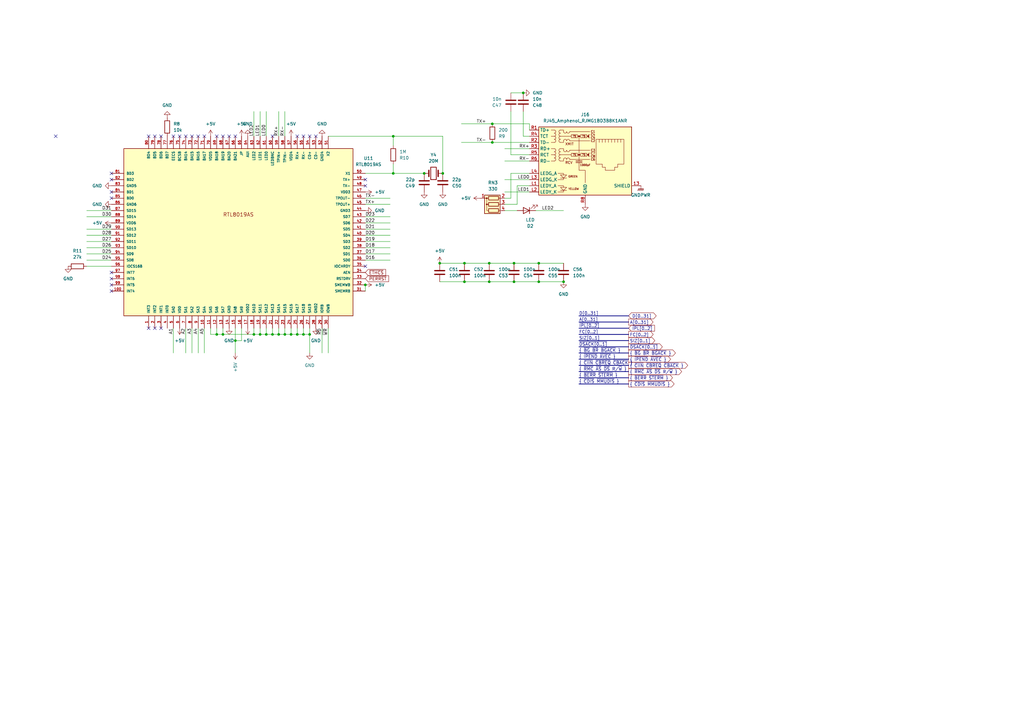
<source format=kicad_sch>
(kicad_sch (version 20230121) (generator eeschema)
  (paper "A3")
  (lib_symbols
    (symbol "Connector:RJ45_Amphenol_RJMG1BD3B8K1ANR"
      (property "Reference" "J" (at 19.05 15.24 0))
      (property "Value" "RJ45_Amphenol_RJMG1BD3B8K1ANR" (at -19.05 15.24 0))
      (symbol "RJ45_Amphenol_RJMG1BD3B8K1ANR_0_0"
        (circle (center -2.54 2.54) (radius 0.254) (stroke (width 0.254)) (fill (type outline)))
        (circle (center -2.54 10.16) (radius 0.254) (stroke (width 0.254)) (fill (type outline)))
        (polyline (pts (xy -7.62 -12.065) (xy -10.16 -12.065)))
        (polyline (pts (xy -7.62 -6.985) (xy -10.16 -6.985)))
        (polyline (pts (xy -2.54 10.16) (xy -2.54 0)))
        (polyline (pts (xy -1.27 -0.635) (xy -3.81 -0.635)) (stroke (width 0.254)))
        (polyline (pts (xy -1.27 0) (xy -3.81 0)) (stroke (width 0.254)))
        (polyline (pts (xy 1.27 2.54) (xy 0.635 2.54)))
        (polyline (pts (xy 1.27 10.16) (xy 0.635 10.16)))
        (polyline (pts (xy -11.176 -12.7) (xy -8.89 -12.7) (xy -8.89 -12.065)))
        (polyline (pts (xy -11.176 -10.16) (xy -8.89 -10.16) (xy -8.89 -10.795)))
        (polyline (pts (xy -11.176 -5.08) (xy -8.89 -5.08) (xy -8.89 -5.715)))
        (polyline (pts (xy -8.89 -6.985) (xy -8.89 -7.62) (xy -11.176 -7.62)))
        (polyline (pts (xy -10.16 -5.715) (xy -7.62 -5.715) (xy -8.89 -6.985) (xy -10.16 -5.715)))
        (polyline (pts (xy -7.62 -10.795) (xy -10.16 -10.795) (xy -8.89 -12.065) (xy -7.62 -10.795)))
        (polyline (pts (xy -2.54 -0.635) (xy -2.54 -3.81) (xy 0 -3.81) (xy 0 -8.89)))
        (polyline (pts (xy 1.905 3.175) (xy 1.27 3.175) (xy 1.27 1.905) (xy 1.905 1.905)))
        (polyline (pts (xy 1.905 10.795) (xy 1.27 10.795) (xy 1.27 9.525) (xy 1.905 9.525)))
        (circle (center 1.27 2.54) (radius 0.254) (stroke (width 0.254)) (fill (type outline)))
        (circle (center 1.27 10.16) (radius 0.254) (stroke (width 0.254)) (fill (type outline)))
        (text "1000pF" (at 0 -1.651 0) (effects (font (size 0.762 0.762))))
        (text "75" (at -4.445 2.54 0) (effects (font (size 0.762 0.762))))
        (text "75" (at -4.445 10.16 0) (effects (font (size 0.762 0.762))))
        (text "75" (at -0.635 2.54 0) (effects (font (size 0.762 0.762))))
        (text "75" (at -0.635 10.16 0) (effects (font (size 0.762 0.762))))
        (text "C1" (at 3.175 12.065 0) (effects (font (size 0.889 0.889))))
        (text "C2" (at 3.175 8.255 0) (effects (font (size 0.889 0.889))))
        (text "C3" (at 3.175 4.445 0) (effects (font (size 0.889 0.889))))
        (text "C4" (at 3.175 10.795 0) (effects (font (size 0.889 0.889))))
        (text "C5" (at 3.175 9.525 0) (effects (font (size 0.889 0.889))))
        (text "C6" (at 3.175 0.635 0) (effects (font (size 0.889 0.889))))
        (text "C7" (at 3.175 3.175 0) (effects (font (size 0.889 0.889))))
        (text "C8" (at 3.175 1.905 0) (effects (font (size 0.889 0.889))))
        (text "GREEN" (at -6.985 -6.35 0) (effects (font (size 0.762 0.762)) (justify left)))
        (text "RCV" (at -8.255 -0.635 0) (effects (font (size 1.016 1.016)) (justify left)))
        (text "XMIT" (at -8.255 6.985 0) (effects (font (size 1.016 1.016)) (justify left)))
        (text "YELLOW" (at -6.985 -11.43 0) (effects (font (size 0.762 0.762)) (justify left)))
      )
      (symbol "RJ45_Amphenol_RJMG1BD3B8K1ANR_0_1"
        (rectangle (start -19.05 -13.97) (end 19.05 13.97) (stroke (width 0.254)) (fill (type background)))
        (arc (start -12.7 0) (mid -12.0677 0.635) (end -12.7 1.27))
        (arc (start -12.7 1.27) (mid -12.0677 1.905) (end -12.7 2.54))
        (arc (start -12.7 2.54) (mid -12.0677 3.175) (end -12.7 3.81))
        (arc (start -12.7 3.81) (mid -12.0677 4.445) (end -12.7 5.08))
        (arc (start -12.7 7.62) (mid -12.0677 8.255) (end -12.7 8.89))
        (arc (start -12.7 8.89) (mid -12.0677 9.525) (end -12.7 10.16))
        (arc (start -12.7 10.16) (mid -12.0677 10.795) (end -12.7 11.43))
        (arc (start -12.7 11.43) (mid -12.0677 12.065) (end -12.7 12.7))
        (arc (start -10.16 1.27) (mid -10.7923 0.635) (end -10.16 0))
        (arc (start -10.16 2.54) (mid -10.7923 1.905) (end -10.16 1.27))
        (arc (start -10.16 3.81) (mid -10.7923 3.175) (end -10.16 2.54))
        (arc (start -10.16 5.08) (mid -10.7923 4.445) (end -10.16 3.81))
        (arc (start -10.16 8.89) (mid -10.7923 8.255) (end -10.16 7.62))
        (arc (start -10.16 10.16) (mid -10.7923 9.525) (end -10.16 8.89))
        (arc (start -10.16 11.43) (mid -10.7923 10.795) (end -10.16 10.16))
        (arc (start -10.16 12.7) (mid -10.7923 12.065) (end -10.16 11.43))
        (arc (start -8.89 4.445) (mid -8.255 3.8127) (end -7.62 4.445))
        (arc (start -8.89 12.065) (mid -8.255 11.4327) (end -7.62 12.065))
        (arc (start -7.62 0.635) (mid -8.255 1.2673) (end -8.89 0.635))
        (arc (start -7.62 4.445) (mid -6.985 3.8127) (end -6.35 4.445))
        (arc (start -7.62 8.255) (mid -8.255 8.8873) (end -8.89 8.255))
        (arc (start -7.62 12.065) (mid -6.985 11.4327) (end -6.35 12.065))
        (arc (start -6.35 0.635) (mid -6.985 1.2673) (end -7.62 0.635))
        (arc (start -6.35 8.255) (mid -6.985 8.8873) (end -7.62 8.255))
        (rectangle (start -5.715 3.175) (end -3.175 1.905))
        (rectangle (start -5.715 10.795) (end -3.175 9.525))
        (rectangle (start -1.905 3.175) (end 0.635 1.905))
        (rectangle (start -1.905 10.795) (end 0.635 9.525))
        (polyline (pts (xy -12.7 0) (xy -13.97 0)))
        (polyline (pts (xy -12.7 2.54) (xy -13.97 2.54)))
        (polyline (pts (xy -12.7 5.08) (xy -13.97 5.08)))
        (polyline (pts (xy -12.7 7.62) (xy -13.97 7.62)))
        (polyline (pts (xy -12.7 10.16) (xy -13.97 10.16)))
        (polyline (pts (xy -12.7 12.7) (xy -13.97 12.7)))
        (polyline (pts (xy -6.35 0.635) (xy 1.905 0.635)))
        (polyline (pts (xy -6.35 4.445) (xy 1.905 4.445)))
        (polyline (pts (xy -6.35 8.255) (xy 1.905 8.255)))
        (polyline (pts (xy -6.35 12.065) (xy 1.905 12.065)))
        (polyline (pts (xy -5.715 2.54) (xy -10.16 2.54)))
        (polyline (pts (xy -5.715 10.16) (xy -10.16 10.16)))
        (polyline (pts (xy -3.175 2.54) (xy -1.905 2.54)))
        (polyline (pts (xy -3.175 10.16) (xy -1.905 10.16)))
        (polyline (pts (xy 5.715 7.62) (xy 5.715 8.89)))
        (polyline (pts (xy 6.985 8.89) (xy 6.985 7.62)))
        (polyline (pts (xy 8.255 8.89) (xy 8.255 7.62)))
        (polyline (pts (xy 9.525 8.89) (xy 9.525 7.62)))
        (polyline (pts (xy 10.795 8.89) (xy 10.795 7.62)))
        (polyline (pts (xy 12.065 8.89) (xy 12.065 7.62)))
        (polyline (pts (xy 13.335 7.62) (xy 13.335 8.89)))
        (polyline (pts (xy 14.605 7.62) (xy 14.605 8.89)))
        (polyline (pts (xy -10.16 5.08) (xy -8.89 5.08) (xy -8.89 4.445)))
        (polyline (pts (xy -10.16 12.7) (xy -8.89 12.7) (xy -8.89 12.065)))
        (polyline (pts (xy -8.89 0.635) (xy -8.89 0) (xy -10.16 0)))
        (polyline (pts (xy -8.89 8.255) (xy -8.89 7.62) (xy -10.16 7.62)))
        (polyline (pts (xy 4.445 8.89) (xy 15.875 8.89) (xy 15.875 -1.27) (xy 13.335 -1.27) (xy 13.335 -2.54) (xy 12.065 -2.54) (xy 12.065 -3.81) (xy 8.255 -3.81) (xy 8.255 -2.54) (xy 6.985 -2.54) (xy 6.985 -1.27) (xy 4.445 -1.27) (xy 4.445 8.89)))
      )
      (symbol "RJ45_Amphenol_RJMG1BD3B8K1ANR_1_1"
        (pin passive line (at 22.86 -10.16 180) (length 3.81) (name "SHIELD") (number "13"))
        (pin passive line (at -22.86 -10.16 0) (length 3.81) (name "LEDY_A") (number "L1"))
        (pin passive line (at -22.86 -12.7 0) (length 3.81) (name "LEDY_K") (number "L2"))
        (pin passive line (at -22.86 -7.62 0) (length 3.81) (name "LEDG_K") (number "L3"))
        (pin passive line (at -22.86 -5.08 0) (length 3.81) (name "LEDG_A") (number "L4"))
        (pin passive line (at -22.86 12.7 0) (length 3.81) (name "TD+") (number "R1"))
        (pin passive line (at -22.86 7.62 0) (length 3.81) (name "TD-") (number "R2"))
        (pin passive line (at -22.86 5.08 0) (length 3.81) (name "RD+") (number "R3"))
        (pin passive line (at -22.86 10.16 0) (length 3.81) (name "TCT") (number "R4"))
        (pin passive line (at -22.86 2.54 0) (length 3.81) (name "RCT") (number "R5"))
        (pin passive line (at -22.86 0 0) (length 3.81) (name "RD-") (number "R6"))
        (pin no_connect line (at 5.08 -5.08 0) (length 0) hide (name "NC") (number "R7"))
        (pin power_in line (at 0 -17.78 90) (length 3.81) (name "GND") (number "R8"))
      )
    )
    (symbol "Device:C" (pin_numbers hide) (pin_names (offset 0.254))
      (property "Reference" "C" (at 0.635 2.54 0))
      (property "Value" "C" (at 0.635 -2.54 0))
      (symbol "C_0_1"
        (polyline (pts (xy -2.032 -0.762) (xy 2.032 -0.762)) (stroke (width 0.508)))
        (polyline (pts (xy -2.032 0.762) (xy 2.032 0.762)) (stroke (width 0.508)))
      )
      (symbol "C_1_1"
        (pin passive line (at 0 3.81 270) (length 2.794) (name "~") (number "1"))
        (pin passive line (at 0 -3.81 90) (length 2.794) (name "~") (number "2"))
      )
    )
    (symbol "Device:Crystal" (pin_numbers hide) (pin_names (offset 1.016) hide)
      (property "Reference" "Y" (at 0 3.81 0))
      (property "Value" "Crystal" (at 0 -3.81 0))
      (symbol "Crystal_0_1"
        (rectangle (start -1.143 2.54) (end 1.143 -2.54) (stroke (width 0.3048)))
        (polyline (pts (xy -2.54 0) (xy -1.905 0)))
        (polyline (pts (xy -1.905 -1.27) (xy -1.905 1.27)) (stroke (width 0.508)))
        (polyline (pts (xy 1.905 -1.27) (xy 1.905 1.27)) (stroke (width 0.508)))
        (polyline (pts (xy 2.54 0) (xy 1.905 0)))
      )
      (symbol "Crystal_1_1"
        (pin passive line (at -3.81 0 0) (length 1.27) (name "1") (number "1"))
        (pin passive line (at 3.81 0 180) (length 1.27) (name "2") (number "2"))
      )
    )
    (symbol "Device:LED" (pin_numbers hide) (pin_names (offset 1.016) hide)
      (property "Reference" "D" (at 0 2.54 0))
      (property "Value" "LED" (at 0 -2.54 0))
      (symbol "LED_0_1"
        (polyline (pts (xy -1.27 -1.27) (xy -1.27 1.27)) (stroke (width 0.254)))
        (polyline (pts (xy -1.27 0) (xy 1.27 0)))
        (polyline (pts (xy 1.27 -1.27) (xy 1.27 1.27) (xy -1.27 0) (xy 1.27 -1.27)) (stroke (width 0.254)))
        (polyline (pts (xy -3.048 -0.762) (xy -4.572 -2.286) (xy -3.81 -2.286) (xy -4.572 -2.286) (xy -4.572 -1.524)))
        (polyline (pts (xy -1.778 -0.762) (xy -3.302 -2.286) (xy -2.54 -2.286) (xy -3.302 -2.286) (xy -3.302 -1.524)))
      )
      (symbol "LED_1_1"
        (pin passive line (at -3.81 0 0) (length 2.54) (name "K") (number "1"))
        (pin passive line (at 3.81 0 180) (length 2.54) (name "A") (number "2"))
      )
    )
    (symbol "Device:R" (pin_numbers hide) (pin_names (offset 0))
      (property "Reference" "R" (at 2.032 0 90))
      (property "Value" "R" (at 0 0 90))
      (symbol "R_0_1"
        (rectangle (start -1.016 -2.54) (end 1.016 2.54) (stroke (width 0.254)))
      )
      (symbol "R_1_1"
        (pin passive line (at 0 3.81 270) (length 1.27) (name "~") (number "1"))
        (pin passive line (at 0 -3.81 90) (length 1.27) (name "~") (number "2"))
      )
    )
    (symbol "Device:R_Network03" (pin_names (offset 0) hide)
      (property "Reference" "RN" (at -5.08 0 90))
      (property "Value" "R_Network03" (at 5.08 0 90))
      (symbol "R_Network03_0_1"
        (rectangle (start -3.81 -3.175) (end 3.81 3.175) (stroke (width 0.254)) (fill (type background)))
        (rectangle (start -3.302 1.524) (end -1.778 -2.54) (stroke (width 0.254)))
        (circle (center -2.54 2.286) (radius 0.254) (fill (type outline)))
        (rectangle (start -0.762 1.524) (end 0.762 -2.54) (stroke (width 0.254)))
        (polyline (pts (xy -2.54 -2.54) (xy -2.54 -3.81)))
        (polyline (pts (xy 0 -2.54) (xy 0 -3.81)))
        (polyline (pts (xy 2.54 -2.54) (xy 2.54 -3.81)))
        (polyline (pts (xy -2.54 1.524) (xy -2.54 2.286) (xy 0 2.286) (xy 0 1.524)))
        (polyline (pts (xy 0 1.524) (xy 0 2.286) (xy 2.54 2.286) (xy 2.54 1.524)))
        (circle (center 0 2.286) (radius 0.254) (fill (type outline)))
        (rectangle (start 1.778 1.524) (end 3.302 -2.54) (stroke (width 0.254)))
      )
      (symbol "R_Network03_1_1"
        (pin passive line (at -2.54 5.08 270) (length 2.54) (name "common") (number "1"))
        (pin passive line (at -2.54 -5.08 90) (length 1.27) (name "R1") (number "2"))
        (pin passive line (at 0 -5.08 90) (length 1.27) (name "R2") (number "3"))
        (pin passive line (at 2.54 -5.08 90) (length 1.27) (name "R3") (number "4"))
      )
    )
    (symbol "RTL8019AS:RTL8019AS" (pin_names (offset 1.016))
      (property "Reference" "U" (at -5.08 -10.16 0))
      (property "Value" "RTL8019AS" (at 0 0 0))
      (symbol "RTL8019AS_0_0"
        (rectangle (start -45.72 -33.02) (end 48.26 35.56) (stroke (width 0.254)) (fill (type background)))
        (text "RTL8019AS" (at -5.08 7.62 0) (effects (font (size 1.524 1.524)) (justify left bottom)))
        (pin bidirectional line (at -35.56 -38.1 90) (length 5.08) (name "INT3") (number "1"))
        (pin bidirectional line (at -12.7 -38.1 90) (length 5.08) (name "SA4") (number "10"))
        (pin bidirectional line (at -50.8 -22.86 0) (length 5.08) (name "INT4") (number "100"))
        (pin bidirectional line (at -10.16 -38.1 90) (length 5.08) (name "SA5") (number "11"))
        (pin bidirectional line (at -7.62 -38.1 90) (length 5.08) (name "SA6") (number "12"))
        (pin bidirectional line (at -5.08 -38.1 90) (length 5.08) (name "SA7") (number "13"))
        (pin power_in line (at -2.54 -38.1 90) (length 5.08) (name "GND") (number "14"))
        (pin bidirectional line (at 0 -38.1 90) (length 5.08) (name "SA8") (number "15"))
        (pin bidirectional line (at 2.54 -38.1 90) (length 5.08) (name "SA9") (number "16"))
        (pin power_in line (at 5.08 -38.1 90) (length 5.08) (name "VDD2") (number "17"))
        (pin bidirectional line (at 7.62 -38.1 90) (length 5.08) (name "SA10") (number "18"))
        (pin bidirectional line (at 10.16 -38.1 90) (length 5.08) (name "SA11") (number "19"))
        (pin bidirectional line (at -33.02 -38.1 90) (length 5.08) (name "INT2") (number "2"))
        (pin bidirectional line (at 12.7 -38.1 90) (length 5.08) (name "SA12") (number "20"))
        (pin bidirectional line (at 15.24 -38.1 90) (length 5.08) (name "SA13") (number "21"))
        (pin bidirectional line (at 17.78 -38.1 90) (length 5.08) (name "SA14") (number "22"))
        (pin bidirectional line (at 20.32 -38.1 90) (length 5.08) (name "SA15") (number "23"))
        (pin bidirectional line (at 22.86 -38.1 90) (length 5.08) (name "SA16") (number "24"))
        (pin bidirectional line (at 25.4 -38.1 90) (length 5.08) (name "SA17") (number "25"))
        (pin bidirectional line (at 27.94 -38.1 90) (length 5.08) (name "SA18") (number "26"))
        (pin bidirectional line (at 30.48 -38.1 90) (length 5.08) (name "SA19") (number "27"))
        (pin power_in line (at 33.02 -38.1 90) (length 5.08) (name "GND2") (number "28"))
        (pin bidirectional line (at 35.56 -38.1 90) (length 5.08) (name "IORB") (number "29"))
        (pin bidirectional line (at -30.48 -38.1 90) (length 5.08) (name "INT1") (number "3"))
        (pin bidirectional line (at 38.1 -38.1 90) (length 5.08) (name "IOWB") (number "30"))
        (pin bidirectional line (at 53.34 -22.86 180) (length 5.08) (name "SMEMRB") (number "31"))
        (pin bidirectional line (at 53.34 -20.32 180) (length 5.08) (name "SMEMWB") (number "32"))
        (pin bidirectional line (at 53.34 -17.78 180) (length 5.08) (name "RSTDRV") (number "33"))
        (pin bidirectional line (at 53.34 -15.24 180) (length 5.08) (name "AEN") (number "34"))
        (pin bidirectional line (at 53.34 -12.7 180) (length 5.08) (name "IOCHRDY") (number "35"))
        (pin bidirectional line (at 53.34 -10.16 180) (length 5.08) (name "SD0") (number "36"))
        (pin bidirectional line (at 53.34 -7.62 180) (length 5.08) (name "SD1") (number "37"))
        (pin bidirectional line (at 53.34 -5.08 180) (length 5.08) (name "SD2") (number "38"))
        (pin bidirectional line (at 53.34 -2.54 180) (length 5.08) (name "SD3") (number "39"))
        (pin bidirectional line (at -27.94 -38.1 90) (length 5.08) (name "INT0") (number "4"))
        (pin bidirectional line (at 53.34 0 180) (length 5.08) (name "SD4") (number "40"))
        (pin bidirectional line (at 53.34 2.54 180) (length 5.08) (name "SD5") (number "41"))
        (pin bidirectional line (at 53.34 5.08 180) (length 5.08) (name "SD6") (number "42"))
        (pin bidirectional line (at 53.34 7.62 180) (length 5.08) (name "SD7") (number "43"))
        (pin power_in line (at 53.34 10.16 180) (length 5.08) (name "GND3") (number "44"))
        (pin bidirectional line (at 53.34 12.7 180) (length 5.08) (name "TPOUT+") (number "45"))
        (pin bidirectional line (at 53.34 15.24 180) (length 5.08) (name "TPOUT-") (number "46"))
        (pin power_in line (at 53.34 17.78 180) (length 5.08) (name "VDD3") (number "47"))
        (pin bidirectional line (at 53.34 20.32 180) (length 5.08) (name "TX-") (number "48"))
        (pin bidirectional line (at 53.34 22.86 180) (length 5.08) (name "TX+") (number "49"))
        (pin bidirectional line (at -25.4 -38.1 90) (length 5.08) (name "SA0") (number "5"))
        (pin bidirectional line (at 53.34 25.4 180) (length 5.08) (name "X1") (number "50"))
        (pin bidirectional line (at 38.1 40.64 270) (length 5.08) (name "X2") (number "51"))
        (pin power_in line (at 35.56 40.64 270) (length 5.08) (name "GND4") (number "52"))
        (pin bidirectional line (at 33.02 40.64 270) (length 5.08) (name "CD-") (number "53"))
        (pin bidirectional line (at 30.48 40.64 270) (length 5.08) (name "CD+") (number "54"))
        (pin bidirectional line (at 27.94 40.64 270) (length 5.08) (name "RX-") (number "55"))
        (pin bidirectional line (at 25.4 40.64 270) (length 5.08) (name "RX+") (number "56"))
        (pin power_in line (at 22.86 40.64 270) (length 5.08) (name "VDD4") (number "57"))
        (pin bidirectional line (at 20.32 40.64 270) (length 5.08) (name "TPIN-") (number "58"))
        (pin bidirectional line (at 17.78 40.64 270) (length 5.08) (name "TPIN+") (number "59"))
        (pin power_in line (at -22.86 -38.1 90) (length 5.08) (name "VDD") (number "6"))
        (pin bidirectional line (at 15.24 40.64 270) (length 5.08) (name "LEDBNC") (number "60"))
        (pin bidirectional line (at 12.7 40.64 270) (length 5.08) (name "LED0") (number "61"))
        (pin bidirectional line (at 10.16 40.64 270) (length 5.08) (name "LED1") (number "62"))
        (pin bidirectional line (at 7.62 40.64 270) (length 5.08) (name "LED2") (number "63"))
        (pin bidirectional line (at 5.08 40.64 270) (length 5.08) (name "AUI") (number "64"))
        (pin bidirectional line (at 2.54 40.64 270) (length 5.08) (name "JP") (number "65"))
        (pin bidirectional line (at 0 40.64 270) (length 5.08) (name "BA21") (number "66"))
        (pin bidirectional line (at -2.54 40.64 270) (length 5.08) (name "BA20") (number "67"))
        (pin bidirectional line (at -5.08 40.64 270) (length 5.08) (name "BA19") (number "68"))
        (pin bidirectional line (at -7.62 40.64 270) (length 5.08) (name "BA18") (number "69"))
        (pin bidirectional line (at -20.32 -38.1 90) (length 5.08) (name "SA1") (number "7"))
        (pin power_in line (at -10.16 40.64 270) (length 5.08) (name "VDD5") (number "70"))
        (pin bidirectional line (at -12.7 40.64 270) (length 5.08) (name "BA17") (number "71"))
        (pin bidirectional line (at -15.24 40.64 270) (length 5.08) (name "BA16") (number "72"))
        (pin bidirectional line (at -17.78 40.64 270) (length 5.08) (name "BA15") (number "73"))
        (pin bidirectional line (at -20.32 40.64 270) (length 5.08) (name "BA14") (number "74"))
        (pin bidirectional line (at -22.86 40.64 270) (length 5.08) (name "BCSB") (number "75"))
        (pin bidirectional line (at -25.4 40.64 270) (length 5.08) (name "EECS") (number "76"))
        (pin bidirectional line (at -27.94 40.64 270) (length 5.08) (name "BD7") (number "77"))
        (pin bidirectional line (at -30.48 40.64 270) (length 5.08) (name "BD6") (number "78"))
        (pin bidirectional line (at -33.02 40.64 270) (length 5.08) (name "BD5") (number "79"))
        (pin bidirectional line (at -17.78 -38.1 90) (length 5.08) (name "SA2") (number "8"))
        (pin bidirectional line (at -35.56 40.64 270) (length 5.08) (name "BD4") (number "80"))
        (pin bidirectional line (at -50.8 25.4 0) (length 5.08) (name "BD3") (number "81"))
        (pin bidirectional line (at -50.8 22.86 0) (length 5.08) (name "BD2") (number "82"))
        (pin power_in line (at -50.8 20.32 0) (length 5.08) (name "GND5") (number "83"))
        (pin bidirectional line (at -50.8 17.78 0) (length 5.08) (name "BD1") (number "84"))
        (pin bidirectional line (at -50.8 15.24 0) (length 5.08) (name "BD0") (number "85"))
        (pin power_in line (at -50.8 12.7 0) (length 5.08) (name "GND6") (number "86"))
        (pin bidirectional line (at -50.8 10.16 0) (length 5.08) (name "SD15") (number "87"))
        (pin bidirectional line (at -50.8 7.62 0) (length 5.08) (name "SD14") (number "88"))
        (pin power_in line (at -50.8 5.08 0) (length 5.08) (name "VDD6") (number "89"))
        (pin bidirectional line (at -15.24 -38.1 90) (length 5.08) (name "SA3") (number "9"))
        (pin bidirectional line (at -50.8 2.54 0) (length 5.08) (name "SD13") (number "90"))
        (pin bidirectional line (at -50.8 0 0) (length 5.08) (name "SD12") (number "91"))
        (pin bidirectional line (at -50.8 -2.54 0) (length 5.08) (name "SD11") (number "92"))
        (pin bidirectional line (at -50.8 -5.08 0) (length 5.08) (name "SD10") (number "93"))
        (pin bidirectional line (at -50.8 -7.62 0) (length 5.08) (name "SD9") (number "94"))
        (pin bidirectional line (at -50.8 -10.16 0) (length 5.08) (name "SD8") (number "95"))
        (pin bidirectional line (at -50.8 -12.7 0) (length 5.08) (name "IOCS16B") (number "96"))
        (pin bidirectional line (at -50.8 -15.24 0) (length 5.08) (name "INT7") (number "97"))
        (pin bidirectional line (at -50.8 -17.78 0) (length 5.08) (name "INT6") (number "98"))
        (pin bidirectional line (at -50.8 -20.32 0) (length 5.08) (name "INT5") (number "99"))
      )
    )
    (symbol "power:+5V" (power) (pin_names (offset 0))
      (property "Value" "+5V" (at 0 3.556 0))
      (symbol "+5V_0_1"
        (polyline (pts (xy -0.762 1.27) (xy 0 2.54)))
        (polyline (pts (xy 0 0) (xy 0 2.54)))
        (polyline (pts (xy 0 2.54) (xy 0.762 1.27)))
      )
      (symbol "+5V_1_1"
        (pin power_in line (at 0 0 90) (length 0) hide (name "+5V") (number "1"))
      )
    )
    (symbol "power:GND" (power) (pin_names (offset 0))
      (property "Value" "GND" (at 0 -3.81 0))
      (symbol "GND_0_1"
        (polyline (pts (xy 0 0) (xy 0 -1.27) (xy 1.27 -1.27) (xy 0 -2.54) (xy -1.27 -1.27) (xy 0 -1.27)))
      )
      (symbol "GND_1_1"
        (pin power_in line (at 0 0 270) (length 0) hide (name "GND") (number "1"))
      )
    )
    (symbol "power:GNDPWR" (power) (pin_names (offset 0))
      (property "Value" "GNDPWR" (at 0 -3.302 0))
      (symbol "GNDPWR_0_1"
        (polyline (pts (xy 0 -1.27) (xy 0 0)))
        (polyline (pts (xy -1.016 -1.27) (xy -1.27 -2.032) (xy -1.27 -2.032)) (stroke (width 0.2032)))
        (polyline (pts (xy -0.508 -1.27) (xy -0.762 -2.032) (xy -0.762 -2.032)) (stroke (width 0.2032)))
        (polyline (pts (xy 0 -1.27) (xy -0.254 -2.032) (xy -0.254 -2.032)) (stroke (width 0.2032)))
        (polyline (pts (xy 0.508 -1.27) (xy 0.254 -2.032) (xy 0.254 -2.032)) (stroke (width 0.2032)))
        (polyline (pts (xy 1.016 -1.27) (xy -1.016 -1.27) (xy -1.016 -1.27)) (stroke (width 0.2032)))
        (polyline (pts (xy 1.016 -1.27) (xy 0.762 -2.032) (xy 0.762 -2.032) (xy 0.762 -2.032)) (stroke (width 0.2032)))
      )
      (symbol "GNDPWR_1_1"
        (pin power_in line (at 0 0 270) (length 0) hide (name "GNDPWR") (number "1"))
      )
    )
  )
  (junction (at 109.22 137.16))
  (junction (at 181.61 71.12))
  (junction (at 173.99 71.12))
  (junction (at 190.5 107.95))
  (junction (at 210.82 107.95))
  (junction (at 121.92 137.16))
  (junction (at 127 137.16))
  (junction (at 119.38 137.16))
  (junction (at 149.86 116.84))
  (junction (at 210.82 115.57))
  (junction (at 104.14 137.16))
  (junction (at 220.98 107.95))
  (junction (at 161.29 71.12))
  (junction (at 96.52 139.7))
  (junction (at 180.34 107.95))
  (junction (at 190.5 115.57))
  (junction (at 231.14 115.57))
  (junction (at 106.68 137.16))
  (junction (at 88.9 137.16))
  (junction (at 200.66 115.57))
  (junction (at 114.3 137.16))
  (junction (at 201.93 58.42))
  (junction (at 161.29 55.88))
  (junction (at 201.93 50.8))
  (junction (at 91.44 137.16))
  (junction (at 200.66 107.95))
  (junction (at 116.84 137.16))
  (junction (at 124.46 137.16))
  (junction (at 220.98 115.57))
  (junction (at 111.76 137.16))
  (junction (at 214.63 38.1))
  (no_connect (at 45.72 114.3))
  (no_connect (at 149.86 109.22))
  (no_connect (at 45.72 111.76))
  (no_connect (at 63.5 55.88))
  (no_connect (at 45.72 116.84))
  (no_connect (at 66.04 55.88))
  (no_connect (at 81.28 55.88))
  (no_connect (at 22.86 55.88))
  (no_connect (at 121.92 55.88))
  (no_connect (at 78.74 55.88))
  (no_connect (at 45.72 119.38))
  (no_connect (at 91.44 55.88))
  (no_connect (at 45.72 73.66))
  (no_connect (at 96.52 55.88))
  (no_connect (at 45.72 81.28))
  (no_connect (at 60.96 55.88))
  (no_connect (at 88.9 55.88))
  (no_connect (at 73.66 55.88))
  (no_connect (at 60.96 134.62))
  (no_connect (at 93.98 55.88))
  (no_connect (at 127 55.88))
  (no_connect (at 149.86 76.2))
  (no_connect (at 124.46 55.88))
  (no_connect (at 129.54 55.88))
  (no_connect (at 76.2 55.88))
  (no_connect (at 66.04 134.62))
  (no_connect (at 71.12 55.88))
  (no_connect (at 83.82 55.88))
  (no_connect (at 45.72 71.12))
  (no_connect (at 149.86 73.66))
  (no_connect (at 45.72 78.74))
  (no_connect (at 111.76 55.88))
  (no_connect (at 63.5 134.62))
  (wire (pts (xy 189.23 50.8) (xy 201.93 50.8)))
  (wire (pts (xy 114.3 137.16) (xy 116.84 137.16)))
  (wire (pts (xy 86.36 134.62) (xy 86.36 137.16)))
  (wire (pts (xy 160.02 83.82) (xy 149.86 83.82)))
  (wire (pts (xy 181.61 55.88) (xy 181.61 71.12)))
  (wire (pts (xy 86.36 137.16) (xy 88.9 137.16)))
  (wire (pts (xy 210.82 107.95) (xy 220.98 107.95)))
  (wire (pts (xy 207.01 73.66) (xy 217.17 73.66)))
  (wire (pts (xy 88.9 137.16) (xy 91.44 137.16)))
  (wire (pts (xy 83.82 144.78) (xy 83.82 134.62)))
  (bus (pts (xy 237.49 142.24) (xy 257.81 142.24)))
  (wire (pts (xy 99.06 139.7) (xy 99.06 134.62)))
  (wire (pts (xy 207.01 86.36) (xy 212.09 86.36)))
  (wire (pts (xy 109.22 137.16) (xy 111.76 137.16)))
  (wire (pts (xy 127 137.16) (xy 127 134.62)))
  (wire (pts (xy 189.23 58.42) (xy 201.93 58.42)))
  (wire (pts (xy 201.93 50.8) (xy 217.17 50.8)))
  (bus (pts (xy 237.49 132.08) (xy 257.81 132.08)))
  (wire (pts (xy 109.22 134.62) (xy 109.22 137.16)))
  (wire (pts (xy 134.62 55.88) (xy 161.29 55.88)))
  (wire (pts (xy 35.56 86.36) (xy 45.72 86.36)))
  (wire (pts (xy 114.3 134.62) (xy 114.3 137.16)))
  (wire (pts (xy 200.66 115.57) (xy 190.5 115.57)))
  (wire (pts (xy 71.12 144.78) (xy 71.12 134.62)))
  (bus (pts (xy 237.49 129.54) (xy 257.81 129.54)))
  (wire (pts (xy 119.38 137.16) (xy 121.92 137.16)))
  (wire (pts (xy 161.29 55.88) (xy 181.61 55.88)))
  (wire (pts (xy 104.14 137.16) (xy 106.68 137.16)))
  (wire (pts (xy 209.55 45.72) (xy 209.55 63.5)))
  (wire (pts (xy 116.84 134.62) (xy 116.84 137.16)))
  (wire (pts (xy 106.68 137.16) (xy 109.22 137.16)))
  (wire (pts (xy 106.68 45.72) (xy 106.68 55.88)))
  (bus (pts (xy 237.49 139.7) (xy 257.81 139.7)))
  (wire (pts (xy 78.74 144.78) (xy 78.74 134.62)))
  (wire (pts (xy 214.63 45.72) (xy 214.63 55.88)))
  (wire (pts (xy 149.86 116.84) (xy 149.86 119.38)))
  (wire (pts (xy 160.02 101.6) (xy 149.86 101.6)))
  (wire (pts (xy 116.84 45.72) (xy 116.84 55.88)))
  (wire (pts (xy 207.01 83.82) (xy 212.09 83.82)))
  (wire (pts (xy 160.02 99.06) (xy 149.86 99.06)))
  (wire (pts (xy 132.08 144.78) (xy 132.08 134.62)))
  (wire (pts (xy 212.09 76.2) (xy 217.17 76.2)))
  (wire (pts (xy 160.02 93.98) (xy 149.86 93.98)))
  (wire (pts (xy 160.02 91.44) (xy 149.86 91.44)))
  (bus (pts (xy 237.49 147.32) (xy 257.81 147.32)))
  (wire (pts (xy 209.55 81.28) (xy 209.55 71.12)))
  (wire (pts (xy 207.01 60.96) (xy 217.17 60.96)))
  (wire (pts (xy 190.5 107.95) (xy 200.66 107.95)))
  (wire (pts (xy 220.98 115.57) (xy 210.82 115.57)))
  (wire (pts (xy 121.92 137.16) (xy 124.46 137.16)))
  (wire (pts (xy 217.17 50.8) (xy 217.17 53.34)))
  (wire (pts (xy 35.56 106.68) (xy 45.72 106.68)))
  (wire (pts (xy 104.14 134.62) (xy 104.14 137.16)))
  (wire (pts (xy 161.29 59.69) (xy 161.29 55.88)))
  (wire (pts (xy 207.01 81.28) (xy 209.55 81.28)))
  (wire (pts (xy 127 144.78) (xy 127 137.16)))
  (wire (pts (xy 217.17 55.88) (xy 214.63 55.88)))
  (wire (pts (xy 35.56 96.52) (xy 45.72 96.52)))
  (wire (pts (xy 114.3 45.72) (xy 114.3 55.88)))
  (wire (pts (xy 160.02 104.14) (xy 149.86 104.14)))
  (bus (pts (xy 237.49 137.16) (xy 257.81 137.16)))
  (wire (pts (xy 124.46 134.62) (xy 124.46 137.16)))
  (wire (pts (xy 106.68 134.62) (xy 106.68 137.16)))
  (wire (pts (xy 161.29 71.12) (xy 173.99 71.12)))
  (wire (pts (xy 121.92 134.62) (xy 121.92 137.16)))
  (wire (pts (xy 35.56 109.22) (xy 45.72 109.22)))
  (wire (pts (xy 207.01 66.04) (xy 217.17 66.04)))
  (wire (pts (xy 35.56 93.98) (xy 45.72 93.98)))
  (wire (pts (xy 209.55 38.1) (xy 214.63 38.1)))
  (wire (pts (xy 104.14 45.72) (xy 104.14 55.88)))
  (wire (pts (xy 149.86 71.12) (xy 161.29 71.12)))
  (wire (pts (xy 35.56 104.14) (xy 45.72 104.14)))
  (wire (pts (xy 81.28 144.78) (xy 81.28 134.62)))
  (bus (pts (xy 237.49 134.62) (xy 257.81 134.62)))
  (wire (pts (xy 119.38 134.62) (xy 119.38 137.16)))
  (wire (pts (xy 111.76 137.16) (xy 114.3 137.16)))
  (bus (pts (xy 237.49 144.78) (xy 257.81 144.78)))
  (wire (pts (xy 88.9 134.62) (xy 88.9 137.16)))
  (wire (pts (xy 212.09 83.82) (xy 212.09 76.2)))
  (wire (pts (xy 111.76 134.62) (xy 111.76 137.16)))
  (wire (pts (xy 116.84 137.16) (xy 119.38 137.16)))
  (wire (pts (xy 124.46 137.16) (xy 127 137.16)))
  (wire (pts (xy 180.34 107.95) (xy 190.5 107.95)))
  (wire (pts (xy 109.22 45.72) (xy 109.22 55.88)))
  (wire (pts (xy 161.29 67.31) (xy 161.29 71.12)))
  (wire (pts (xy 96.52 139.7) (xy 96.52 134.62)))
  (wire (pts (xy 220.98 107.95) (xy 231.14 107.95)))
  (wire (pts (xy 160.02 106.68) (xy 149.86 106.68)))
  (wire (pts (xy 91.44 137.16) (xy 104.14 137.16)))
  (wire (pts (xy 35.56 101.6) (xy 45.72 101.6)))
  (wire (pts (xy 134.62 144.78) (xy 134.62 134.62)))
  (wire (pts (xy 190.5 115.57) (xy 180.34 115.57)))
  (wire (pts (xy 160.02 88.9) (xy 149.86 88.9)))
  (wire (pts (xy 210.82 115.57) (xy 200.66 115.57)))
  (wire (pts (xy 160.02 96.52) (xy 149.86 96.52)))
  (wire (pts (xy 96.52 139.7) (xy 96.52 144.78)))
  (bus (pts (xy 237.49 152.4) (xy 257.81 152.4)))
  (wire (pts (xy 160.02 81.28) (xy 149.86 81.28)))
  (bus (pts (xy 237.49 157.48) (xy 257.81 157.48)))
  (wire (pts (xy 35.56 88.9) (xy 45.72 88.9)))
  (wire (pts (xy 91.44 134.62) (xy 91.44 137.16)))
  (wire (pts (xy 96.52 139.7) (xy 99.06 139.7)))
  (wire (pts (xy 76.2 144.78) (xy 76.2 134.62)))
  (bus (pts (xy 237.49 149.86) (xy 257.81 149.86)))
  (wire (pts (xy 217.17 71.12) (xy 209.55 71.12)))
  (wire (pts (xy 209.55 63.5) (xy 217.17 63.5)))
  (wire (pts (xy 231.14 115.57) (xy 220.98 115.57)))
  (wire (pts (xy 35.56 99.06) (xy 45.72 99.06)))
  (bus (pts (xy 237.49 154.94) (xy 257.81 154.94)))
  (wire (pts (xy 201.93 58.42) (xy 217.17 58.42)))
  (wire (pts (xy 219.71 86.36) (xy 231.14 86.36)))
  (wire (pts (xy 207.01 78.74) (xy 217.17 78.74)))
  (wire (pts (xy 200.66 107.95) (xy 210.82 107.95)))
  (label "LED2" (at 222.25 86.36 0))
  (label "A5" (at 83.82 134.62 270))
  (label "D17" (at 149.86 104.14 0))
  (label "D26" (at 45.72 101.6 180))
  (label "{ ~{CDIS} ~{MMUDIS} }" (at 237.49 157.48 0))
  (label "D18" (at 149.86 101.6 0))
  (label "A[0..31]" (at 237.49 132.08 0))
  (label "RX+" (at 114.3 55.88 90))
  (label "LED2" (at 104.14 55.88 90))
  (label "D23" (at 149.86 88.9 0))
  (label "RX+" (at 217.17 60.96 180))
  (label "D28" (at 45.72 96.52 180))
  (label "A2" (at 76.2 134.62 270))
  (label "{ ~{BG} ~{BR} ~{BGACK} }" (at 237.49 144.78 0))
  (label "D20" (at 149.86 96.52 0))
  (label "~{IPL[0..2]}" (at 237.49 134.62 0))
  (label "D31" (at 45.72 86.36 180))
  (label "{ ~{CIIN} ~{CBREQ} ~{CBACK} }" (at 237.49 149.86 0))
  (label "D22" (at 149.86 91.44 0))
  (label "{ ~{RMC} ~{AS} ~{DS} R{slash}~{W} }" (at 237.49 152.4 0))
  (label "D27" (at 45.72 99.06 180))
  (label "D[0..31]" (at 237.49 129.54 0))
  (label "D21" (at 149.86 93.98 0))
  (label "A4" (at 81.28 134.62 270))
  (label "RX-" (at 217.17 66.04 180))
  (label "{ ~{BERR} ~{STERM} }" (at 237.49 154.94 0))
  (label "FC[0..2]" (at 237.49 137.16 0))
  (label "SIZ[0..1]" (at 237.49 139.7 0))
  (label "LED0" (at 217.17 73.66 180))
  (label "{ ~{IPEND} ~{AVEC} }" (at 237.49 147.32 0))
  (label "~{RD}" (at 132.08 134.62 270))
  (label "~{DSACK[0..1]}" (at 237.49 142.24 0))
  (label "D16" (at 149.86 106.68 0))
  (label "D25" (at 45.72 104.14 180))
  (label "TX+" (at 149.86 83.82 0))
  (label "TX-" (at 199.39 58.42 180))
  (label "A1" (at 71.12 134.62 270))
  (label "TX-" (at 149.86 81.28 0))
  (label "D30" (at 45.72 88.9 180))
  (label "D29" (at 45.72 93.98 180))
  (label "LED0" (at 109.22 55.88 90))
  (label "A3" (at 78.74 134.62 270))
  (label "D24" (at 45.72 106.68 180))
  (label "~{WR}" (at 134.62 134.62 270))
  (label "RX-" (at 116.84 55.88 90))
  (label "TX+" (at 199.39 50.8 180))
  (label "LED1" (at 217.17 78.74 180))
  (label "D19" (at 149.86 99.06 0))
  (label "LED1" (at 106.68 55.88 90))
  (global_label "D[0..31]" (shape bidirectional) (at 257.81 129.54 0) (property "Intersheetrefs" "${INTERSHEET_REFS}" (effects hide)))
  (global_label "{ ~{CIIN} ~{CBREQ} ~{CBACK} }" (shape output) (at 257.81 149.86 0) (property "Intersheetrefs" "${INTERSHEET_REFS}" (effects hide)))
  (global_label "FC[0..2]" (shape output) (at 257.81 137.16 0) (property "Intersheetrefs" "${INTERSHEET_REFS}" (effects hide)))
  (global_label "A[0..31]" (shape output) (at 257.81 132.08 0) (property "Intersheetrefs" "${INTERSHEET_REFS}" (effects hide)))
  (global_label "SIZ[0..1]" (shape output) (at 257.81 139.7 0) (property "Intersheetrefs" "${INTERSHEET_REFS}" (effects hide)))
  (global_label "~{DSACK[0..1]}" (shape output) (at 257.81 142.24 0) (property "Intersheetrefs" "${INTERSHEET_REFS}" (effects hide)))
  (global_label "{ ~{BERR} ~{STERM} }" (shape output) (at 257.81 154.94 0) (property "Intersheetrefs" "${INTERSHEET_REFS}" (effects hide)))
  (global_label "{ ~{RMC} ~{AS} ~{DS} R{slash}~{W} }" (shape output) (at 257.81 152.4 0) (property "Intersheetrefs" "${INTERSHEET_REFS}" (effects hide)))
  (global_label "~{PERRST}" (shape input) (at 149.86 114.3 0) (property "Intersheetrefs" "${INTERSHEET_REFS}" (effects hide)))
  (global_label "~{ETHCS}" (shape input) (at 149.86 111.76 0) (property "Intersheetrefs" "${INTERSHEET_REFS}" (effects hide)))
  (global_label "~{IPL[0..2]}" (shape input) (at 257.81 134.62 0) (property "Intersheetrefs" "${INTERSHEET_REFS}" (effects hide)))
  (global_label "{ ~{IPEND} ~{AVEC} }" (shape output) (at 257.81 147.32 0) (property "Intersheetrefs" "${INTERSHEET_REFS}" (effects hide)))
  (global_label "{ ~{CDIS} ~{MMUDIS} }" (shape output) (at 257.81 157.48 0) (property "Intersheetrefs" "${INTERSHEET_REFS}" (effects hide)))
  (global_label "{ ~{BG} ~{BR} ~{BGACK} }" (shape output) (at 257.81 144.78 0) (property "Intersheetrefs" "${INTERSHEET_REFS}" (effects hide)))
  (symbol (lib_id "Device:R") (at 68.58 52.07 0) (unit 1)
    (property "Reference" "R8" (at 71.12 50.8 0) (effects (justify left)))
    (property "Value" "10k" (at 71.12 53.34 0) (effects (justify left)))
    (property "Footprint" "Resistor_SMD:R_1206_3216Metric_Pad1.30x1.75mm_HandSolder" (effects hide))
  )
  (symbol (lib_id "power:GND") (at 181.61 78.74 0) (unit 1)
    (property "Reference" "#PWR0169" (effects hide))
    (property "Value" "GND" (at 181.61 83.82 0))
  )
  (symbol (lib_id "power:+5V") (at 180.34 107.95 0) (unit 1)
    (property "Reference" "#PWR0175" (effects hide))
    (property "Value" "+5V" (at 180.34 102.87 0))
  )
  (symbol (lib_id "Device:R_Network03") (at 201.93 83.82 90) (mirror x) (unit 1)
    (property "Reference" "RN3" (at 202.184 74.93 90))
    (property "Value" "330" (at 202.184 77.47 90))
    (property "Footprint" "Resistor_THT:R_Array_SIP4" (effects hide))
    (property "Datasheet" "http://www.vishay.com/docs/31509/csc.pdf" (effects hide))
  )
  (symbol (lib_id "power:+5V") (at 99.06 55.88 0) (unit 1)
    (property "Reference" "#PWR0161" (effects hide))
    (property "Value" "+5V" (at 99.06 50.8 0))
  )
  (symbol (lib_id "power:GND") (at 240.03 83.82 0) (unit 1)
    (property "Reference" "#PWR0172" (effects hide))
    (property "Value" "GND" (at 240.03 88.9 0))
  )
  (symbol (lib_id "RTL8019AS:RTL8019AS") (at 96.52 96.52 0) (unit 1)
    (property "Reference" "U11" (at 151.13 64.9223 0))
    (property "Value" "RTL8019AS" (at 151.13 67.4623 0))
    (property "Footprint" "RTL8019AS:RTL8019AS" (effects hide))
    (property "MF" "Realtek" (effects hide))
    (property "Description" "\nDriver; 0.4÷3.5V; QFP100; ethernet controller\n" (effects hide))
    (property "Package" "QFP-100 Realtek" (effects hide))
    (property "Price" "None" (effects hide))
    (property "SnapEDA_Link" "https://www.snapeda.com/parts/RTL8019AS/Realtek/view-part/?ref=snap" (effects hide))
    (property "MP" "RTL8019AS" (effects hide))
    (property "Availability" "Not in stock" (effects hide))
    (property "Check_prices" "https://www.snapeda.com/parts/RTL8019AS/Realtek/view-part/?ref=eda" (effects hide))
  )
  (symbol (lib_id "Device:C") (at 200.66 111.76 0) (mirror x) (unit 1)
    (property "Reference" "C53" (at 204.47 113.03 0) (effects (justify left)))
    (property "Value" "100n" (at 204.47 110.49 0) (effects (justify left)))
    (property "Footprint" "Capacitor_SMD:C_1206_3216Metric_Pad1.33x1.80mm_HandSolder" (effects hide))
  )
  (symbol (lib_id "Device:C") (at 210.82 111.76 0) (mirror x) (unit 1)
    (property "Reference" "C54" (at 214.63 113.03 0) (effects (justify left)))
    (property "Value" "100n" (at 214.63 110.49 0) (effects (justify left)))
    (property "Footprint" "Capacitor_SMD:C_1206_3216Metric_Pad1.33x1.80mm_HandSolder" (effects hide))
  )
  (symbol (lib_id "Device:R") (at 161.29 63.5 0) (mirror x) (unit 1)
    (property "Reference" "R10" (at 163.83 64.77 0) (effects (justify left)))
    (property "Value" "1M" (at 163.83 62.23 0) (effects (justify left)))
    (property "Footprint" "Resistor_SMD:R_1206_3216Metric_Pad1.30x1.75mm_HandSolder" (effects hide))
  )
  (symbol (lib_id "power:GND") (at 101.6 55.88 180) (unit 1)
    (property "Reference" "#PWR0162" (effects hide))
    (property "Value" "GND" (at 101.6 50.8 0))
  )
  (symbol (lib_id "power:GND") (at 132.08 55.88 180) (unit 1)
    (property "Reference" "#PWR0164" (effects hide))
    (property "Value" "GND" (at 132.08 50.8 0))
  )
  (symbol (lib_id "Device:C") (at 173.99 74.93 180) (unit 1)
    (property "Reference" "C49" (at 170.18 76.2 0) (effects (justify left)))
    (property "Value" "22p" (at 170.18 73.66 0) (effects (justify left)))
    (property "Footprint" "Capacitor_SMD:C_1206_3216Metric_Pad1.33x1.80mm_HandSolder" (effects hide))
  )
  (symbol (lib_id "power:+5V") (at 96.52 144.78 180) (unit 1)
    (property "Reference" "#PWR0183" (effects hide))
    (property "Value" "+5V" (at 96.52 148.59 90) (effects (justify left)))
  )
  (symbol (lib_id "Connector:RJ45_Amphenol_RJMG1BD3B8K1ANR") (at 240.03 66.04 0) (unit 1)
    (property "Reference" "J16" (at 240.03 46.99 0))
    (property "Value" "RJ45_Amphenol_RJMG1BD3B8K1ANR" (at 240.03 49.53 0))
    (property "Footprint" "Connector_RJ:RJ45_Amphenol_RJMG1BD3B8K1ANR" (effects hide))
    (property "Datasheet" "https://www.amphenolcanada.com/ProductSearch/Drawings/AC/RJMG1BD3B8K1ANR.PDF" (effects hide))
  )
  (symbol (lib_id "power:GND") (at 231.14 115.57 0) (unit 1)
    (property "Reference" "#PWR0177" (effects hide))
    (property "Value" "GND" (at 231.14 120.65 0))
  )
  (symbol (lib_id "Device:Crystal") (at 177.8 71.12 0) (unit 1)
    (property "Reference" "Y4" (at 177.8 63.5 0))
    (property "Value" "20M" (at 177.8 66.04 0))
    (property "Footprint" "Crystal:Crystal_HC52-6mm_Vertical" (effects hide))
  )
  (symbol (lib_id "power:+5V") (at 86.36 55.88 0) (unit 1)
    (property "Reference" "#PWR0160" (effects hide))
    (property "Value" "+5V" (at 86.36 50.8 0))
  )
  (symbol (lib_id "Device:C") (at 190.5 111.76 0) (unit 1)
    (property "Reference" "C52" (at 194.31 110.49 0) (effects (justify left)))
    (property "Value" "100n" (at 194.31 113.03 0) (effects (justify left)))
    (property "Footprint" "Capacitor_SMD:C_1206_3216Metric_Pad1.33x1.80mm_HandSolder" (effects hide))
  )
  (symbol (lib_id "Device:R") (at 31.75 109.22 270) (mirror x) (unit 1)
    (property "Reference" "R11" (at 31.75 102.87 90))
    (property "Value" "27k" (at 31.75 105.41 90))
    (property "Footprint" "Resistor_SMD:R_1206_3216Metric_Pad1.30x1.75mm_HandSolder" (effects hide))
  )
  (symbol (lib_id "power:+5V") (at 73.66 134.62 180) (unit 1)
    (property "Reference" "#PWR0179" (effects hide))
    (property "Value" "+5V" (at 73.66 139.7 0))
  )
  (symbol (lib_id "power:GND") (at 27.94 109.22 0) (unit 1)
    (property "Reference" "#PWR0176" (effects hide))
    (property "Value" "GND" (at 27.94 114.3 0))
  )
  (symbol (lib_id "Device:R") (at 201.93 54.61 0) (mirror y) (unit 1)
    (property "Reference" "R9" (at 204.47 55.88 0) (effects (justify right)))
    (property "Value" "200" (at 204.47 53.34 0) (effects (justify right)))
    (property "Footprint" "Resistor_SMD:R_1206_3216Metric_Pad1.30x1.75mm_HandSolder" (effects hide))
  )
  (symbol (lib_id "power:+5V") (at 101.6 134.62 180) (unit 1)
    (property "Reference" "#PWR0181" (effects hide))
    (property "Value" "+5V" (at 101.6 139.7 0))
  )
  (symbol (lib_id "Device:C") (at 220.98 111.76 0) (mirror x) (unit 1)
    (property "Reference" "C55" (at 224.79 113.03 0) (effects (justify left)))
    (property "Value" "100n" (at 224.79 110.49 0) (effects (justify left)))
    (property "Footprint" "Capacitor_SMD:C_1206_3216Metric_Pad1.33x1.80mm_HandSolder" (effects hide))
  )
  (symbol (lib_id "power:GND") (at 68.58 48.26 180) (unit 1)
    (property "Reference" "#PWR0159" (effects hide))
    (property "Value" "GND" (at 68.58 43.18 0))
  )
  (symbol (lib_id "power:+5V") (at 149.86 78.74 270) (unit 1)
    (property "Reference" "#PWR0167" (effects hide))
    (property "Value" "+5V" (at 153.67 78.74 90) (effects (justify left)))
  )
  (symbol (lib_id "Device:C") (at 214.63 41.91 0) (mirror x) (unit 1)
    (property "Reference" "C48" (at 218.44 43.18 0) (effects (justify left)))
    (property "Value" "10n" (at 218.44 40.64 0) (effects (justify left)))
    (property "Footprint" "Capacitor_SMD:C_1206_3216Metric_Pad1.33x1.80mm_HandSolder" (effects hide))
  )
  (symbol (lib_id "Device:C") (at 209.55 41.91 180) (unit 1)
    (property "Reference" "C47" (at 205.74 43.18 0) (effects (justify left)))
    (property "Value" "10n" (at 205.74 40.64 0) (effects (justify left)))
    (property "Footprint" "Capacitor_SMD:C_1206_3216Metric_Pad1.33x1.80mm_HandSolder" (effects hide))
  )
  (symbol (lib_id "Device:C") (at 231.14 111.76 0) (unit 1)
    (property "Reference" "C56" (at 234.95 110.49 0) (effects (justify left)))
    (property "Value" "100n" (at 234.95 113.03 0) (effects (justify left)))
    (property "Footprint" "Capacitor_SMD:C_1206_3216Metric_Pad1.33x1.80mm_HandSolder" (effects hide))
  )
  (symbol (lib_id "power:+5V") (at 119.38 55.88 0) (unit 1)
    (property "Reference" "#PWR0163" (effects hide))
    (property "Value" "+5V" (at 119.38 50.8 0))
  )
  (symbol (lib_id "power:GND") (at 45.72 83.82 270) (unit 1)
    (property "Reference" "#PWR0171" (effects hide))
    (property "Value" "GND" (at 41.91 83.82 90) (effects (justify right)))
  )
  (symbol (lib_id "power:+5V") (at 149.86 116.84 270) (mirror x) (unit 1)
    (property "Reference" "#PWR0178" (effects hide))
    (property "Value" "+5V" (at 153.67 116.84 90) (effects (justify left)))
  )
  (symbol (lib_id "power:GND") (at 173.99 78.74 0) (unit 1)
    (property "Reference" "#PWR0168" (effects hide))
    (property "Value" "GND" (at 173.99 83.82 0))
  )
  (symbol (lib_id "power:GNDPWR") (at 262.89 76.2 0) (unit 1)
    (property "Reference" "#PWR0166" (effects hide))
    (property "Value" "GNDPWR" (at 262.763 80.01 0))
  )
  (symbol (lib_id "power:+5V") (at 45.72 91.44 90) (unit 1)
    (property "Reference" "#PWR0174" (effects hide))
    (property "Value" "+5V" (at 41.91 91.44 90) (effects (justify left)))
  )
  (symbol (lib_id "power:+5V") (at 196.85 81.28 90) (mirror x) (unit 1)
    (property "Reference" "#PWR0170" (effects hide))
    (property "Value" "+5V" (at 193.04 81.28 90) (effects (justify left)))
  )
  (symbol (lib_id "power:GND") (at 127 144.78 0) (unit 1)
    (property "Reference" "#PWR0184" (effects hide))
    (property "Value" "GND" (at 127 149.86 0))
  )
  (symbol (lib_id "power:GND") (at 93.98 134.62 0) (unit 1)
    (property "Reference" "#PWR0180" (effects hide))
    (property "Value" "GND" (at 93.98 139.7 0))
  )
  (symbol (lib_id "Device:C") (at 181.61 74.93 0) (mirror x) (unit 1)
    (property "Reference" "C50" (at 185.42 76.2 0) (effects (justify left)))
    (property "Value" "22p" (at 185.42 73.66 0) (effects (justify left)))
    (property "Footprint" "Capacitor_SMD:C_1206_3216Metric_Pad1.33x1.80mm_HandSolder" (effects hide))
  )
  (symbol (lib_id "power:GND") (at 129.54 134.62 0) (unit 1)
    (property "Reference" "#PWR0182" (effects hide))
    (property "Value" "GND" (at 129.54 139.7 0))
  )
  (symbol (lib_id "power:GND") (at 149.86 86.36 90) (unit 1)
    (property "Reference" "#PWR0173" (effects hide))
    (property "Value" "GND" (at 153.67 86.36 90) (effects (justify right)))
  )
  (symbol (lib_id "Device:LED") (at 215.9 86.36 180) (unit 1)
    (property "Reference" "D2" (at 217.4875 92.71 0))
    (property "Value" "LED" (at 217.4875 90.17 0))
    (property "Footprint" "LED_THT:LED_D3.0mm" (effects hide))
  )
  (symbol (lib_id "power:GND") (at 45.72 76.2 270) (unit 1)
    (property "Reference" "#PWR0165" (effects hide))
    (property "Value" "GND" (at 41.91 76.2 90) (effects (justify right)))
  )
  (symbol (lib_id "Device:C") (at 180.34 111.76 0) (unit 1)
    (property "Reference" "C51" (at 184.15 110.49 0) (effects (justify left)))
    (property "Value" "100n" (at 184.15 113.03 0) (effects (justify left)))
    (property "Footprint" "Capacitor_SMD:C_1206_3216Metric_Pad1.33x1.80mm_HandSolder" (effects hide))
  )
  (symbol (lib_id "power:GND") (at 214.63 38.1 90) (unit 1)
    (property "Reference" "#PWR0158" (effects hide))
    (property "Value" "GND" (at 218.44 38.1 90) (effects (justify right)))
  )
)
</source>
